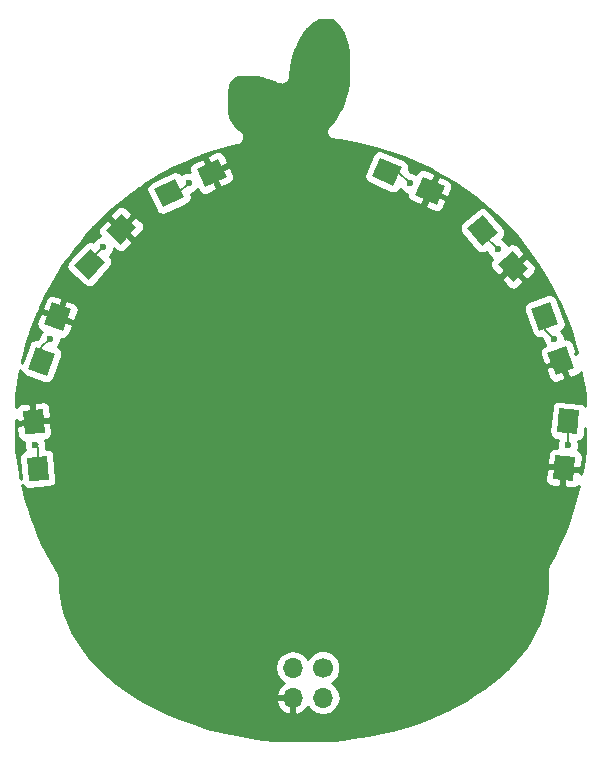
<source format=gtl>
G04 #@! TF.FileFunction,Copper,L1,Top,Signal*
%FSLAX46Y46*%
G04 Gerber Fmt 4.6, Leading zero omitted, Abs format (unit mm)*
G04 Created by KiCad (PCBNEW 4.0.7) date 06/13/18 15:06:57*
%MOMM*%
%LPD*%
G01*
G04 APERTURE LIST*
%ADD10C,0.100000*%
%ADD11C,1.700000*%
%ADD12O,1.700000X1.700000*%
%ADD13C,0.600000*%
%ADD14C,0.200000*%
%ADD15C,0.254000*%
G04 APERTURE END LIST*
D10*
D11*
X100965000Y-120904000D03*
D12*
X100965000Y-123444000D03*
X98425000Y-120904000D03*
X98425000Y-123444000D03*
D10*
G36*
X75548968Y-99142699D02*
X77242499Y-98994534D01*
X77416810Y-100986923D01*
X75723279Y-101135088D01*
X75548968Y-99142699D01*
X75548968Y-99142699D01*
G37*
G36*
X75897590Y-103127477D02*
X77591121Y-102979312D01*
X77765432Y-104971701D01*
X76071901Y-105119866D01*
X75897590Y-103127477D01*
X75897590Y-103127477D01*
G37*
G36*
X78052921Y-89955805D02*
X79650399Y-90537240D01*
X78966359Y-92416625D01*
X77368881Y-91835190D01*
X78052921Y-89955805D01*
X78052921Y-89955805D01*
G37*
G36*
X76684841Y-93714575D02*
X78282319Y-94296010D01*
X77598279Y-96175395D01*
X76000801Y-95593960D01*
X76684841Y-93714575D01*
X76684841Y-93714575D01*
G37*
G36*
X83925719Y-82444204D02*
X85189065Y-83581726D01*
X83850803Y-85068016D01*
X82587457Y-83930494D01*
X83925719Y-82444204D01*
X83925719Y-82444204D01*
G37*
G36*
X81249197Y-85416784D02*
X82512543Y-86554306D01*
X81174281Y-88040596D01*
X79910935Y-86903074D01*
X81249197Y-85416784D01*
X81249197Y-85416784D01*
G37*
G36*
X92123298Y-77819383D02*
X92841749Y-79360106D01*
X91029134Y-80205343D01*
X90310683Y-78664620D01*
X92123298Y-77819383D01*
X92123298Y-77819383D01*
G37*
G36*
X88498066Y-79509857D02*
X89216517Y-81050580D01*
X87403902Y-81895817D01*
X86685451Y-80355094D01*
X88498066Y-79509857D01*
X88498066Y-79509857D01*
G37*
G36*
X111290363Y-80148896D02*
X110598910Y-81701923D01*
X108771819Y-80888450D01*
X109463272Y-79335423D01*
X111290363Y-80148896D01*
X111290363Y-80148896D01*
G37*
G36*
X107636181Y-78521950D02*
X106944728Y-80074977D01*
X105117637Y-79261504D01*
X105809090Y-77708477D01*
X107636181Y-78521950D01*
X107636181Y-78521950D01*
G37*
G36*
X118352700Y-87146564D02*
X117050425Y-88239303D01*
X115764850Y-86707214D01*
X117067125Y-85614475D01*
X118352700Y-87146564D01*
X118352700Y-87146564D01*
G37*
G36*
X115781550Y-84082386D02*
X114479275Y-85175125D01*
X113193700Y-83643036D01*
X114495975Y-82550297D01*
X115781550Y-84082386D01*
X115781550Y-84082386D01*
G37*
G36*
X122271599Y-95543160D02*
X120674121Y-96124595D01*
X119990081Y-94245210D01*
X121587559Y-93663775D01*
X122271599Y-95543160D01*
X122271599Y-95543160D01*
G37*
G36*
X120903519Y-91784390D02*
X119306041Y-92365825D01*
X118622001Y-90486440D01*
X120219479Y-89905005D01*
X120903519Y-91784390D01*
X120903519Y-91784390D01*
G37*
G36*
X122149699Y-105069066D02*
X120456168Y-104920901D01*
X120630479Y-102928512D01*
X122324010Y-103076677D01*
X122149699Y-105069066D01*
X122149699Y-105069066D01*
G37*
G36*
X122498321Y-101084288D02*
X120804790Y-100936123D01*
X120979101Y-98943734D01*
X122672632Y-99091899D01*
X122498321Y-101084288D01*
X122498321Y-101084288D01*
G37*
D13*
X76611480Y-102011480D03*
X77871320Y-93040200D03*
X82336640Y-85308440D03*
X89611200Y-79822040D03*
X108356400Y-79898240D03*
X115783360Y-85440520D03*
X120548400Y-93080840D03*
X121732040Y-102031800D03*
D14*
X76831511Y-102231511D02*
X76831511Y-104049589D01*
X76611480Y-102011480D02*
X76831511Y-102231511D01*
X76733400Y-101955600D02*
X76831511Y-102053711D01*
X77141560Y-94944985D02*
X77141560Y-93769960D01*
X77141560Y-93769960D02*
X77871320Y-93040200D01*
X82336640Y-85308440D02*
X81211739Y-86433341D01*
X81211739Y-86433341D02*
X81211739Y-86728690D01*
X89611200Y-79822040D02*
X88730403Y-80702837D01*
X88730403Y-80702837D02*
X87950984Y-80702837D01*
X108356400Y-79898240D02*
X107349887Y-78891727D01*
X107349887Y-78891727D02*
X106376909Y-78891727D01*
X115783360Y-85440520D02*
X114487625Y-84144785D01*
X114487625Y-84144785D02*
X114487625Y-83862711D01*
X119762760Y-92295200D02*
X119762760Y-91135415D01*
X120548400Y-93080840D02*
X119762760Y-92295200D01*
X121732040Y-102031800D02*
X121738711Y-102025129D01*
X121738711Y-102025129D02*
X121738711Y-100014011D01*
D15*
G36*
X101783874Y-66092975D02*
X102005283Y-66277482D01*
X102274680Y-66508394D01*
X102467701Y-66817227D01*
X102587512Y-67016912D01*
X102754502Y-67434388D01*
X102896218Y-67954013D01*
X102898161Y-67957910D01*
X102898518Y-67962252D01*
X102990508Y-68284217D01*
X103074400Y-68745622D01*
X103074400Y-68986400D01*
X103079402Y-69011545D01*
X103076204Y-69036985D01*
X103125200Y-69722929D01*
X103125200Y-70533928D01*
X103076491Y-71167145D01*
X103079783Y-71194540D01*
X103074400Y-71221600D01*
X103074400Y-71421303D01*
X102988561Y-71979256D01*
X102851045Y-72437643D01*
X102661111Y-73054929D01*
X102475194Y-73473242D01*
X102294113Y-73880675D01*
X101898395Y-74496235D01*
X101430243Y-75011202D01*
X101387309Y-75082590D01*
X101333663Y-75146319D01*
X101316587Y-75200181D01*
X101287465Y-75248603D01*
X101275117Y-75330988D01*
X101249943Y-75410394D01*
X101254779Y-75466688D01*
X101246403Y-75522571D01*
X101266524Y-75603412D01*
X101273653Y-75686405D01*
X101299665Y-75736566D01*
X101313312Y-75791398D01*
X101362833Y-75858380D01*
X101401183Y-75932334D01*
X101444412Y-75968723D01*
X101478002Y-76014157D01*
X101549390Y-76057091D01*
X101613119Y-76110737D01*
X101666981Y-76127813D01*
X101715403Y-76156935D01*
X101797788Y-76169283D01*
X101877194Y-76194457D01*
X102309956Y-76242542D01*
X102844591Y-76339748D01*
X102846467Y-76339717D01*
X102848212Y-76340396D01*
X103707079Y-76491961D01*
X104743893Y-76689449D01*
X105466558Y-76882160D01*
X106265025Y-77131681D01*
X107058879Y-77379760D01*
X107845903Y-77674894D01*
X108573288Y-77965848D01*
X109156479Y-78257444D01*
X109170665Y-78261329D01*
X109182641Y-78269864D01*
X110167438Y-78713023D01*
X110489492Y-78897053D01*
X112187421Y-79895835D01*
X113867317Y-81081644D01*
X115641930Y-82560488D01*
X117370779Y-84388129D01*
X118355428Y-85618940D01*
X119196838Y-86806813D01*
X119888245Y-87893310D01*
X120327499Y-88674205D01*
X120726157Y-89471522D01*
X121021624Y-90062456D01*
X121465338Y-91097788D01*
X121957190Y-92376604D01*
X122253318Y-93413052D01*
X122255491Y-93417282D01*
X122255943Y-93422017D01*
X122401746Y-93908026D01*
X122487563Y-94279903D01*
X122482846Y-94266942D01*
X122333673Y-94321237D01*
X122428551Y-94117768D01*
X122141063Y-93327901D01*
X121970397Y-93141651D01*
X121741446Y-93034889D01*
X121489068Y-93023870D01*
X121483449Y-93025915D01*
X121483562Y-92895673D01*
X121341517Y-92551897D01*
X121161224Y-92371289D01*
X121330938Y-92270694D01*
X121486463Y-92066090D01*
X121550132Y-91817098D01*
X121511914Y-91562953D01*
X120827874Y-89683568D01*
X120705783Y-89477586D01*
X120501179Y-89322061D01*
X120252187Y-89258392D01*
X119998041Y-89296610D01*
X118400563Y-89878045D01*
X118194582Y-90000136D01*
X118039057Y-90204740D01*
X117975388Y-90453732D01*
X118013606Y-90707877D01*
X118697646Y-92587262D01*
X118819737Y-92793244D01*
X119024341Y-92948769D01*
X119273333Y-93012438D01*
X119418693Y-92990579D01*
X119613308Y-93185195D01*
X119613238Y-93266007D01*
X119755283Y-93609783D01*
X119788330Y-93642888D01*
X119654206Y-93691705D01*
X119467956Y-93862372D01*
X119361195Y-94091323D01*
X119350176Y-94343701D01*
X119637664Y-95133568D01*
X119841136Y-95228448D01*
X120968062Y-94818281D01*
X120961221Y-94799486D01*
X121199904Y-94712614D01*
X121206744Y-94731407D01*
X121225539Y-94724566D01*
X121312411Y-94963249D01*
X121293618Y-94970089D01*
X121755088Y-96237970D01*
X121958560Y-96332850D01*
X122370090Y-96183066D01*
X122607474Y-96096665D01*
X122793724Y-95925998D01*
X122824645Y-95859687D01*
X122846404Y-95982988D01*
X122847083Y-95984733D01*
X122847052Y-95986609D01*
X122946243Y-96532160D01*
X123045936Y-97230009D01*
X123142917Y-97908876D01*
X123182371Y-98697954D01*
X123174302Y-98682624D01*
X122975546Y-98519691D01*
X122729060Y-98446923D01*
X121035529Y-98298758D01*
X120797249Y-98322358D01*
X120569826Y-98442064D01*
X120406893Y-98640820D01*
X120334125Y-98887306D01*
X120159814Y-100879695D01*
X120183414Y-101117975D01*
X120303120Y-101345398D01*
X120501876Y-101508331D01*
X120748362Y-101581099D01*
X120901231Y-101594473D01*
X120797202Y-101845001D01*
X120796878Y-102216967D01*
X120834893Y-102308970D01*
X120811652Y-102306937D01*
X120559994Y-102284920D01*
X120319067Y-102360884D01*
X120125550Y-102523264D01*
X120008904Y-102747340D01*
X119935645Y-103584700D01*
X120079955Y-103756682D01*
X121274641Y-103861203D01*
X121276384Y-103841279D01*
X121529418Y-103863417D01*
X121527675Y-103883341D01*
X122722361Y-103987863D01*
X122894343Y-103843553D01*
X122967602Y-103006192D01*
X122891638Y-102765266D01*
X122729259Y-102571748D01*
X122557388Y-102482278D01*
X122666878Y-102218599D01*
X122667202Y-101846633D01*
X122611755Y-101712440D01*
X122680173Y-101705664D01*
X122907596Y-101585958D01*
X123070529Y-101387202D01*
X123143297Y-101140716D01*
X123191200Y-100593181D01*
X123191200Y-101480664D01*
X123142605Y-102452557D01*
X123045365Y-103230479D01*
X122897341Y-104217305D01*
X122836260Y-104507440D01*
X122844533Y-104412878D01*
X122700223Y-104240896D01*
X121505537Y-104136375D01*
X121387942Y-105480490D01*
X121532252Y-105652472D01*
X121968526Y-105690641D01*
X122220184Y-105712658D01*
X122461111Y-105636694D01*
X122623139Y-105500737D01*
X122499884Y-106055382D01*
X122253495Y-106991663D01*
X122008172Y-107776696D01*
X121708163Y-108626721D01*
X121464549Y-109308840D01*
X121222840Y-109840600D01*
X121221048Y-109848242D01*
X121216607Y-109854717D01*
X120920024Y-110546744D01*
X120527763Y-111331266D01*
X120193111Y-111952762D01*
X120110044Y-112077363D01*
X120083490Y-112141659D01*
X120044846Y-112199495D01*
X120031132Y-112268438D01*
X120004298Y-112333414D01*
X120004371Y-112402977D01*
X119990800Y-112471200D01*
X119990800Y-113965674D01*
X119945154Y-114513431D01*
X119802743Y-115320423D01*
X119612213Y-116082544D01*
X119468435Y-116513878D01*
X119279023Y-117082113D01*
X118808461Y-118070293D01*
X118476200Y-118592418D01*
X118139162Y-119122049D01*
X117264531Y-120239633D01*
X116647674Y-120903942D01*
X115763476Y-121689895D01*
X115083548Y-122272691D01*
X114606477Y-122606641D01*
X113814270Y-123151283D01*
X113071108Y-123597180D01*
X112586488Y-123887952D01*
X112102878Y-124129757D01*
X112090506Y-124139359D01*
X112075594Y-124144148D01*
X111640267Y-124385996D01*
X110908743Y-124727374D01*
X110118523Y-125073095D01*
X108832324Y-125567787D01*
X107751894Y-125911560D01*
X106813110Y-126158609D01*
X105967468Y-126357583D01*
X104773445Y-126606338D01*
X103534391Y-126804587D01*
X102687653Y-126904203D01*
X101799324Y-127002906D01*
X100670170Y-127052000D01*
X97860510Y-127052000D01*
X96976858Y-127002908D01*
X95839014Y-126903965D01*
X94452923Y-126705952D01*
X93158873Y-126457096D01*
X92720720Y-126359729D01*
X91917002Y-126158800D01*
X91917001Y-126158799D01*
X91510602Y-126057200D01*
X91510601Y-126057199D01*
X91125931Y-125961032D01*
X90039352Y-125615302D01*
X89050255Y-125269118D01*
X87966566Y-124825791D01*
X87127149Y-124430771D01*
X86239739Y-123987066D01*
X85918164Y-123800890D01*
X96983524Y-123800890D01*
X97153355Y-124210924D01*
X97543642Y-124639183D01*
X98068108Y-124885486D01*
X98298000Y-124764819D01*
X98298000Y-123571000D01*
X97104845Y-123571000D01*
X96983524Y-123800890D01*
X85918164Y-123800890D01*
X85309182Y-123448321D01*
X84331308Y-122812703D01*
X83499450Y-122176576D01*
X82672215Y-121495323D01*
X82340846Y-121163954D01*
X82340843Y-121163952D01*
X82080892Y-120904000D01*
X96910907Y-120904000D01*
X97023946Y-121472285D01*
X97345853Y-121954054D01*
X97686553Y-122181702D01*
X97543642Y-122248817D01*
X97153355Y-122677076D01*
X96983524Y-123087110D01*
X97104845Y-123317000D01*
X98298000Y-123317000D01*
X98298000Y-123297000D01*
X98552000Y-123297000D01*
X98552000Y-123317000D01*
X98572000Y-123317000D01*
X98572000Y-123571000D01*
X98552000Y-123571000D01*
X98552000Y-124764819D01*
X98781892Y-124885486D01*
X99306358Y-124639183D01*
X99696645Y-124210924D01*
X99696655Y-124210899D01*
X99885853Y-124494054D01*
X100367622Y-124815961D01*
X100935907Y-124929000D01*
X100994093Y-124929000D01*
X101562378Y-124815961D01*
X102044147Y-124494054D01*
X102366054Y-124012285D01*
X102479093Y-123444000D01*
X102366054Y-122875715D01*
X102044147Y-122393946D01*
X101739840Y-122190615D01*
X101805086Y-122163656D01*
X102223188Y-121746283D01*
X102449742Y-121200681D01*
X102450257Y-120609911D01*
X102224656Y-120063914D01*
X101807283Y-119645812D01*
X101261681Y-119419258D01*
X100670911Y-119418743D01*
X100124914Y-119644344D01*
X99706812Y-120061717D01*
X99682345Y-120120639D01*
X99504147Y-119853946D01*
X99022378Y-119532039D01*
X98454093Y-119419000D01*
X98395907Y-119419000D01*
X97827622Y-119532039D01*
X97345853Y-119853946D01*
X97023946Y-120335715D01*
X96910907Y-120904000D01*
X82080892Y-120904000D01*
X81842140Y-120665248D01*
X81213782Y-119988556D01*
X80594335Y-119178510D01*
X80109826Y-118403297D01*
X79776810Y-117832412D01*
X79489234Y-117209332D01*
X79155583Y-116446701D01*
X78972388Y-115805520D01*
X78779855Y-114890989D01*
X78688000Y-114202074D01*
X78688000Y-113334800D01*
X78680004Y-113294602D01*
X78683359Y-113253753D01*
X78653197Y-113159835D01*
X78633954Y-113063095D01*
X78611185Y-113029018D01*
X78598652Y-112989994D01*
X78344652Y-112532794D01*
X78341834Y-112529471D01*
X78340452Y-112525341D01*
X77934053Y-111814141D01*
X77931934Y-111811703D01*
X77930883Y-111808651D01*
X77591076Y-111226125D01*
X77198493Y-110391887D01*
X76856585Y-109659226D01*
X76664053Y-109129762D01*
X76656234Y-109116867D01*
X76653322Y-109102068D01*
X76309588Y-108267289D01*
X76064881Y-107484225D01*
X76064362Y-107483274D01*
X76064244Y-107482197D01*
X75768772Y-106546536D01*
X75572293Y-105662379D01*
X75572293Y-105662378D01*
X75525152Y-105450246D01*
X75648923Y-105610037D01*
X75872952Y-105735981D01*
X76128329Y-105764842D01*
X77821860Y-105616677D01*
X78052422Y-105552059D01*
X78255603Y-105394679D01*
X78381547Y-105170651D01*
X78401806Y-104991386D01*
X119812576Y-104991386D01*
X119888540Y-105232312D01*
X120050919Y-105425830D01*
X120274995Y-105542476D01*
X120526652Y-105564494D01*
X120962927Y-105602663D01*
X121134909Y-105458353D01*
X121252503Y-104114237D01*
X120057817Y-104009715D01*
X119885835Y-104154025D01*
X119812576Y-104991386D01*
X78401806Y-104991386D01*
X78410408Y-104915273D01*
X78236097Y-102922884D01*
X78171479Y-102692322D01*
X78014099Y-102489141D01*
X77790070Y-102363197D01*
X77566511Y-102337932D01*
X77566511Y-102231511D01*
X77548827Y-102142609D01*
X77566510Y-102053711D01*
X77546531Y-101953271D01*
X77546642Y-101826313D01*
X77461574Y-101620433D01*
X77597983Y-101608498D01*
X77822059Y-101491852D01*
X77984438Y-101298334D01*
X78060402Y-101057408D01*
X77987143Y-100220047D01*
X77815161Y-100075737D01*
X76620475Y-100180259D01*
X76622218Y-100200183D01*
X76369184Y-100222321D01*
X76367441Y-100202397D01*
X75172755Y-100306918D01*
X75028445Y-100478900D01*
X75101704Y-101316260D01*
X75218350Y-101540336D01*
X75411867Y-101702716D01*
X75652794Y-101778680D01*
X75697362Y-101774781D01*
X75676642Y-101824681D01*
X75676318Y-102196647D01*
X75799280Y-102494239D01*
X75610600Y-102547119D01*
X75407419Y-102704499D01*
X75281475Y-102928527D01*
X75252614Y-103183905D01*
X75402673Y-104899088D01*
X75373216Y-104766534D01*
X75325540Y-104480477D01*
X75323660Y-104475506D01*
X75323748Y-104470191D01*
X75223623Y-103919505D01*
X75076163Y-102985593D01*
X75028510Y-102461411D01*
X74979600Y-101629932D01*
X74979600Y-99910385D01*
X75150617Y-100053885D01*
X76345303Y-99949363D01*
X76227709Y-98605247D01*
X76201328Y-98583110D01*
X76480742Y-98583110D01*
X76598337Y-99927225D01*
X77793023Y-99822704D01*
X77937333Y-99650722D01*
X77864074Y-98813362D01*
X77747428Y-98589286D01*
X77553911Y-98426906D01*
X77312984Y-98350942D01*
X77061326Y-98372959D01*
X76625052Y-98411128D01*
X76480742Y-98583110D01*
X76201328Y-98583110D01*
X76055727Y-98460937D01*
X75619452Y-98499106D01*
X75367795Y-98521124D01*
X75143719Y-98637770D01*
X74981340Y-98831288D01*
X74979600Y-98836807D01*
X74979600Y-98574161D01*
X75027256Y-97811665D01*
X75175120Y-96776617D01*
X75273184Y-96139202D01*
X75369761Y-95680458D01*
X75410297Y-95859447D01*
X75560110Y-96068270D01*
X75779363Y-96202355D01*
X77376841Y-96783790D01*
X77613111Y-96822665D01*
X77863767Y-96765899D01*
X78072589Y-96616086D01*
X78206674Y-96396832D01*
X78471000Y-95670602D01*
X119833129Y-95670602D01*
X120120617Y-96460469D01*
X120291283Y-96646719D01*
X120520234Y-96753481D01*
X120772612Y-96764500D01*
X121009996Y-96678099D01*
X121421526Y-96528315D01*
X121516406Y-96324843D01*
X121054936Y-95056963D01*
X119928009Y-95467130D01*
X119833129Y-95670602D01*
X78471000Y-95670602D01*
X78890714Y-94517447D01*
X78929589Y-94281178D01*
X78872823Y-94030523D01*
X78723010Y-93821700D01*
X78530088Y-93703718D01*
X78663512Y-93570527D01*
X78806158Y-93226999D01*
X78806326Y-93034130D01*
X78867868Y-93056530D01*
X79120246Y-93045511D01*
X79349197Y-92938749D01*
X79519863Y-92752499D01*
X79807351Y-91962632D01*
X79712471Y-91759160D01*
X78585544Y-91348993D01*
X78578704Y-91367786D01*
X78340021Y-91280913D01*
X78346862Y-91262119D01*
X77929773Y-91110311D01*
X78672418Y-91110311D01*
X79799344Y-91520478D01*
X80002816Y-91425598D01*
X80290304Y-90635731D01*
X80279285Y-90383353D01*
X80172524Y-90154402D01*
X79986274Y-89983735D01*
X79748890Y-89897334D01*
X79337360Y-89747550D01*
X79133888Y-89842430D01*
X78672418Y-91110311D01*
X77929773Y-91110311D01*
X77219936Y-90851952D01*
X77016464Y-90946832D01*
X76728976Y-91736699D01*
X76739995Y-91989077D01*
X76846756Y-92218028D01*
X77033006Y-92388695D01*
X77155760Y-92433374D01*
X77079128Y-92509873D01*
X76936482Y-92853401D01*
X76936410Y-92935663D01*
X76785729Y-93086345D01*
X76670009Y-93067305D01*
X76419353Y-93124071D01*
X76210531Y-93273884D01*
X76076446Y-93493138D01*
X75484373Y-95119845D01*
X75525013Y-94835366D01*
X75665782Y-94319213D01*
X75666668Y-94306561D01*
X75671926Y-94295018D01*
X75867749Y-93462769D01*
X76162365Y-92578922D01*
X76164324Y-92563383D01*
X76171482Y-92549452D01*
X76261707Y-92233664D01*
X76499785Y-91662277D01*
X76503461Y-91643997D01*
X76513037Y-91627999D01*
X76752618Y-90957171D01*
X76987443Y-90487522D01*
X77026305Y-90409798D01*
X77211929Y-90409798D01*
X77306809Y-90613270D01*
X78433736Y-91023437D01*
X78895206Y-89755557D01*
X78800326Y-89552085D01*
X78388796Y-89402301D01*
X78151412Y-89315900D01*
X77899034Y-89326919D01*
X77670083Y-89433681D01*
X77499417Y-89619931D01*
X77211929Y-90409798D01*
X77026305Y-90409798D01*
X77038243Y-90385922D01*
X77043829Y-90365524D01*
X77055793Y-90348083D01*
X77208193Y-89992483D01*
X77208949Y-89988910D01*
X77210985Y-89985877D01*
X77446761Y-89420014D01*
X77778483Y-88851349D01*
X77780951Y-88844184D01*
X77785852Y-88838406D01*
X78037757Y-88384977D01*
X78438296Y-87684032D01*
X78727324Y-87202318D01*
X78917221Y-86928023D01*
X79263976Y-86928023D01*
X79324654Y-87177761D01*
X79477713Y-87384216D01*
X80741059Y-88521738D01*
X80945561Y-88646290D01*
X81199230Y-88687555D01*
X81448968Y-88626877D01*
X81655423Y-88473818D01*
X81991716Y-88100326D01*
X116104876Y-88100326D01*
X116645176Y-88744231D01*
X116869252Y-88860877D01*
X117120909Y-88882895D01*
X117361836Y-88806932D01*
X117555353Y-88644551D01*
X117890836Y-88363048D01*
X117910403Y-88139396D01*
X117043121Y-87105811D01*
X116124443Y-87876674D01*
X116104876Y-88100326D01*
X81991716Y-88100326D01*
X82993685Y-86987528D01*
X83118237Y-86783026D01*
X83159502Y-86529357D01*
X83098824Y-86279619D01*
X82945765Y-86073164D01*
X82918562Y-86048670D01*
X83128832Y-85838767D01*
X83271478Y-85495239D01*
X83271560Y-85400940D01*
X83332040Y-85455396D01*
X83519772Y-85624431D01*
X83757901Y-85708756D01*
X84010173Y-85695535D01*
X84238183Y-85586780D01*
X84800627Y-84962123D01*
X84788877Y-84737924D01*
X83897661Y-83935469D01*
X83884279Y-83950332D01*
X83695520Y-83780373D01*
X83708902Y-83765510D01*
X83688023Y-83746710D01*
X84067620Y-83746710D01*
X84958836Y-84549165D01*
X85183035Y-84537415D01*
X85745479Y-83912758D01*
X85829805Y-83674630D01*
X85824726Y-83577703D01*
X112549565Y-83577703D01*
X112574895Y-83833455D01*
X112697732Y-84059202D01*
X113983307Y-85591291D01*
X114168485Y-85743093D01*
X114413942Y-85819260D01*
X114669694Y-85793930D01*
X114872188Y-85683746D01*
X114990243Y-85969463D01*
X115253033Y-86232712D01*
X115312852Y-86257551D01*
X115259920Y-86301966D01*
X115143274Y-86526042D01*
X115121258Y-86777699D01*
X115197222Y-87018626D01*
X115737522Y-87662531D01*
X115961175Y-87682098D01*
X116842541Y-86942543D01*
X117237697Y-86942543D01*
X118104978Y-87976128D01*
X118328630Y-87995695D01*
X118664112Y-87714192D01*
X118857630Y-87551812D01*
X118974276Y-87327736D01*
X118996292Y-87076079D01*
X118920328Y-86835152D01*
X118380028Y-86191247D01*
X118156375Y-86171680D01*
X117237697Y-86942543D01*
X116842541Y-86942543D01*
X116879853Y-86911235D01*
X116866998Y-86895915D01*
X117061573Y-86732646D01*
X117074429Y-86747967D01*
X117993107Y-85977104D01*
X118012674Y-85753452D01*
X117472374Y-85109547D01*
X117248298Y-84992901D01*
X116996641Y-84970883D01*
X116755714Y-85046846D01*
X116664124Y-85123700D01*
X116576477Y-84911577D01*
X116313687Y-84648328D01*
X116180322Y-84592950D01*
X116197717Y-84578354D01*
X116349518Y-84393176D01*
X116425685Y-84147719D01*
X116400355Y-83891967D01*
X116277518Y-83666220D01*
X114991943Y-82134131D01*
X114806765Y-81982329D01*
X114561308Y-81906162D01*
X114305556Y-81931492D01*
X114079808Y-82054329D01*
X112777533Y-83147068D01*
X112625732Y-83332246D01*
X112549565Y-83577703D01*
X85824726Y-83577703D01*
X85816584Y-83422357D01*
X85707829Y-83194347D01*
X85520097Y-83025312D01*
X85194643Y-82732272D01*
X84970444Y-82744022D01*
X84067620Y-83746710D01*
X83688023Y-83746710D01*
X82817686Y-82963055D01*
X82593487Y-82974805D01*
X82031043Y-83599462D01*
X81946717Y-83837590D01*
X81959938Y-84089863D01*
X82068693Y-84317873D01*
X82136909Y-84379296D01*
X81807697Y-84515323D01*
X81544448Y-84778113D01*
X81520089Y-84836775D01*
X81477917Y-84811090D01*
X81224248Y-84769825D01*
X80974510Y-84830503D01*
X80768055Y-84983562D01*
X79429793Y-86469852D01*
X79305241Y-86674354D01*
X79263976Y-86928023D01*
X78917221Y-86928023D01*
X79171357Y-86560939D01*
X79171359Y-86560935D01*
X79614573Y-85920738D01*
X80005617Y-85431934D01*
X80007078Y-85429116D01*
X80009486Y-85427053D01*
X80554978Y-84732791D01*
X80947061Y-84291698D01*
X80950353Y-84286083D01*
X80955472Y-84282062D01*
X81547324Y-83591568D01*
X82080713Y-83058178D01*
X82614198Y-82550097D01*
X82975895Y-82550097D01*
X82987645Y-82774296D01*
X83878861Y-83576751D01*
X84781686Y-82574063D01*
X84769936Y-82349864D01*
X84444482Y-82056824D01*
X84256750Y-81887789D01*
X84018621Y-81803464D01*
X83766349Y-81816685D01*
X83538339Y-81925440D01*
X82975895Y-82550097D01*
X82614198Y-82550097D01*
X83119065Y-82069272D01*
X83857133Y-81478817D01*
X83860435Y-81474894D01*
X83864952Y-81472470D01*
X84700867Y-80784069D01*
X85308671Y-80378866D01*
X86038448Y-80378866D01*
X86098671Y-80628714D01*
X86817122Y-82169437D01*
X86956701Y-82363994D01*
X87174081Y-82501095D01*
X87427675Y-82542820D01*
X87677522Y-82482597D01*
X89180131Y-81781918D01*
X109607677Y-81781918D01*
X109688133Y-81991513D01*
X110456022Y-82333399D01*
X110708553Y-82340012D01*
X110944394Y-82249482D01*
X111127637Y-82075591D01*
X111230386Y-81844812D01*
X111408513Y-81444733D01*
X111328057Y-81235138D01*
X110095456Y-80686349D01*
X109607677Y-81781918D01*
X89180131Y-81781918D01*
X89490137Y-81637360D01*
X89684694Y-81497781D01*
X89821794Y-81280401D01*
X89863520Y-81026808D01*
X89803297Y-80776960D01*
X89794083Y-80757200D01*
X89796367Y-80757202D01*
X90140143Y-80615157D01*
X90399063Y-80356689D01*
X90400248Y-80359231D01*
X90507009Y-80588181D01*
X90693259Y-80758848D01*
X90930643Y-80845248D01*
X91183022Y-80834229D01*
X91944827Y-80478993D01*
X92021612Y-80268026D01*
X91514787Y-79181137D01*
X91496661Y-79189589D01*
X91442665Y-79073792D01*
X91744990Y-79073792D01*
X92251815Y-80160681D01*
X92462782Y-80237467D01*
X93224587Y-79882231D01*
X93395253Y-79695981D01*
X93481655Y-79458598D01*
X93471725Y-79231149D01*
X104470909Y-79231149D01*
X104510052Y-79485154D01*
X104644933Y-79703918D01*
X104854300Y-79852970D01*
X106681391Y-80666443D01*
X106914372Y-80721705D01*
X107168377Y-80682562D01*
X107387141Y-80547681D01*
X107530100Y-80346874D01*
X107563283Y-80427183D01*
X107826073Y-80690432D01*
X108138391Y-80820118D01*
X108133730Y-80998094D01*
X108224262Y-81233934D01*
X108398153Y-81417177D01*
X109166041Y-81759063D01*
X109375636Y-81678607D01*
X109863415Y-80583038D01*
X109845144Y-80574903D01*
X109898836Y-80454308D01*
X110198767Y-80454308D01*
X111431368Y-81003098D01*
X111640963Y-80922642D01*
X111819089Y-80522563D01*
X111921839Y-80291784D01*
X111928452Y-80039252D01*
X111837920Y-79803412D01*
X111664029Y-79620169D01*
X110896141Y-79278283D01*
X110686546Y-79358739D01*
X110198767Y-80454308D01*
X109898836Y-80454308D01*
X109948455Y-80342862D01*
X109966726Y-80350997D01*
X110454505Y-79255428D01*
X110374049Y-79045833D01*
X109606160Y-78703947D01*
X109353629Y-78697334D01*
X109117788Y-78787864D01*
X108934545Y-78961755D01*
X108872865Y-79100292D01*
X108543199Y-78963402D01*
X108460937Y-78963330D01*
X108238239Y-78740633D01*
X108282909Y-78552305D01*
X108243766Y-78298300D01*
X108108885Y-78079536D01*
X107899518Y-77930484D01*
X106072427Y-77117011D01*
X105839446Y-77061749D01*
X105585441Y-77100892D01*
X105366677Y-77235773D01*
X105217624Y-77445139D01*
X104526171Y-78998166D01*
X104470909Y-79231149D01*
X93471725Y-79231149D01*
X93470636Y-79206219D01*
X93363874Y-78977269D01*
X93178792Y-78580360D01*
X92967825Y-78503574D01*
X91744990Y-79073792D01*
X91442665Y-79073792D01*
X91389316Y-78959386D01*
X91407442Y-78950934D01*
X90900617Y-77864045D01*
X90689650Y-77787259D01*
X89927845Y-78142495D01*
X89757179Y-78328745D01*
X89670777Y-78566128D01*
X89681796Y-78818507D01*
X89713795Y-78887129D01*
X89426033Y-78886878D01*
X89082257Y-79028923D01*
X88997101Y-79113931D01*
X88945267Y-79041680D01*
X88727887Y-78904579D01*
X88474293Y-78862854D01*
X88224446Y-78923077D01*
X86411831Y-79768314D01*
X86217274Y-79907893D01*
X86080174Y-80125273D01*
X86038448Y-80378866D01*
X85308671Y-80378866D01*
X85433037Y-80295956D01*
X85447182Y-80281840D01*
X85465200Y-80273200D01*
X86041984Y-79840612D01*
X86616148Y-79505683D01*
X86619490Y-79502726D01*
X86623692Y-79501220D01*
X87125198Y-79200317D01*
X87465235Y-79006009D01*
X88202430Y-78612838D01*
X89041093Y-78218173D01*
X89830285Y-77872902D01*
X90132410Y-77756700D01*
X91130820Y-77756700D01*
X91637645Y-78843589D01*
X92860480Y-78273372D01*
X92937266Y-78062405D01*
X92752184Y-77665495D01*
X92645423Y-77436545D01*
X92459173Y-77265878D01*
X92221789Y-77179478D01*
X91969410Y-77190497D01*
X91207605Y-77545733D01*
X91130820Y-77756700D01*
X90132410Y-77756700D01*
X90475675Y-77624675D01*
X90479749Y-77622100D01*
X90484487Y-77621218D01*
X90728041Y-77523797D01*
X91260920Y-77330023D01*
X92056735Y-77081331D01*
X92697440Y-76884191D01*
X93272212Y-76740498D01*
X93763637Y-76642213D01*
X93763643Y-76642213D01*
X94019472Y-76535930D01*
X94215156Y-76339837D01*
X94320902Y-76083786D01*
X94320613Y-75806757D01*
X94214330Y-75550928D01*
X94018237Y-75355244D01*
X93882232Y-75264574D01*
X93735168Y-75154276D01*
X93426250Y-74845358D01*
X93332845Y-74689683D01*
X93205850Y-74435692D01*
X93133115Y-74253854D01*
X93098099Y-74113792D01*
X93064400Y-73945298D01*
X93064400Y-71952302D01*
X93101412Y-71767243D01*
X93101433Y-71747260D01*
X93108064Y-71728409D01*
X93146828Y-71457063D01*
X93177743Y-71379776D01*
X93290649Y-71238643D01*
X93416334Y-71112958D01*
X93601128Y-70989762D01*
X93786487Y-70915619D01*
X93786516Y-70915600D01*
X95467396Y-70915600D01*
X95585800Y-70945201D01*
X95614447Y-70946595D01*
X95641277Y-70956740D01*
X95840770Y-70989989D01*
X95846878Y-70993043D01*
X95895806Y-71006442D01*
X95939878Y-71031565D01*
X96244678Y-71133165D01*
X96260217Y-71135124D01*
X96274148Y-71142282D01*
X96614916Y-71239644D01*
X96704808Y-71269608D01*
X96862879Y-71348644D01*
X96911808Y-71362043D01*
X96955878Y-71387165D01*
X97108277Y-71437964D01*
X97108278Y-71437965D01*
X97260679Y-71488765D01*
X97373582Y-71502998D01*
X97485200Y-71525200D01*
X97510223Y-71520223D01*
X97535531Y-71523413D01*
X97645293Y-71493355D01*
X97756905Y-71471154D01*
X97778114Y-71456983D01*
X97802722Y-71450244D01*
X97892628Y-71380467D01*
X97987246Y-71317246D01*
X98001420Y-71296033D01*
X98021572Y-71280393D01*
X98077930Y-71181527D01*
X98141154Y-71086905D01*
X98146131Y-71061886D01*
X98158765Y-71039722D01*
X98172999Y-70926811D01*
X98195200Y-70815200D01*
X98195200Y-70510057D01*
X98238864Y-70204409D01*
X98282805Y-69896821D01*
X98371082Y-69587852D01*
X98372066Y-69575870D01*
X98377201Y-69565000D01*
X98475930Y-69170084D01*
X98570044Y-68840685D01*
X98650809Y-68598391D01*
X98729844Y-68440321D01*
X98735430Y-68419923D01*
X98747393Y-68402483D01*
X98891576Y-68066056D01*
X99129342Y-67590524D01*
X99352299Y-67189201D01*
X99597724Y-66861968D01*
X100020331Y-66439360D01*
X100257955Y-66280944D01*
X100626895Y-66050357D01*
X100650008Y-66038800D01*
X101657467Y-66038800D01*
X101783874Y-66092975D01*
X101783874Y-66092975D01*
G37*
X101783874Y-66092975D02*
X102005283Y-66277482D01*
X102274680Y-66508394D01*
X102467701Y-66817227D01*
X102587512Y-67016912D01*
X102754502Y-67434388D01*
X102896218Y-67954013D01*
X102898161Y-67957910D01*
X102898518Y-67962252D01*
X102990508Y-68284217D01*
X103074400Y-68745622D01*
X103074400Y-68986400D01*
X103079402Y-69011545D01*
X103076204Y-69036985D01*
X103125200Y-69722929D01*
X103125200Y-70533928D01*
X103076491Y-71167145D01*
X103079783Y-71194540D01*
X103074400Y-71221600D01*
X103074400Y-71421303D01*
X102988561Y-71979256D01*
X102851045Y-72437643D01*
X102661111Y-73054929D01*
X102475194Y-73473242D01*
X102294113Y-73880675D01*
X101898395Y-74496235D01*
X101430243Y-75011202D01*
X101387309Y-75082590D01*
X101333663Y-75146319D01*
X101316587Y-75200181D01*
X101287465Y-75248603D01*
X101275117Y-75330988D01*
X101249943Y-75410394D01*
X101254779Y-75466688D01*
X101246403Y-75522571D01*
X101266524Y-75603412D01*
X101273653Y-75686405D01*
X101299665Y-75736566D01*
X101313312Y-75791398D01*
X101362833Y-75858380D01*
X101401183Y-75932334D01*
X101444412Y-75968723D01*
X101478002Y-76014157D01*
X101549390Y-76057091D01*
X101613119Y-76110737D01*
X101666981Y-76127813D01*
X101715403Y-76156935D01*
X101797788Y-76169283D01*
X101877194Y-76194457D01*
X102309956Y-76242542D01*
X102844591Y-76339748D01*
X102846467Y-76339717D01*
X102848212Y-76340396D01*
X103707079Y-76491961D01*
X104743893Y-76689449D01*
X105466558Y-76882160D01*
X106265025Y-77131681D01*
X107058879Y-77379760D01*
X107845903Y-77674894D01*
X108573288Y-77965848D01*
X109156479Y-78257444D01*
X109170665Y-78261329D01*
X109182641Y-78269864D01*
X110167438Y-78713023D01*
X110489492Y-78897053D01*
X112187421Y-79895835D01*
X113867317Y-81081644D01*
X115641930Y-82560488D01*
X117370779Y-84388129D01*
X118355428Y-85618940D01*
X119196838Y-86806813D01*
X119888245Y-87893310D01*
X120327499Y-88674205D01*
X120726157Y-89471522D01*
X121021624Y-90062456D01*
X121465338Y-91097788D01*
X121957190Y-92376604D01*
X122253318Y-93413052D01*
X122255491Y-93417282D01*
X122255943Y-93422017D01*
X122401746Y-93908026D01*
X122487563Y-94279903D01*
X122482846Y-94266942D01*
X122333673Y-94321237D01*
X122428551Y-94117768D01*
X122141063Y-93327901D01*
X121970397Y-93141651D01*
X121741446Y-93034889D01*
X121489068Y-93023870D01*
X121483449Y-93025915D01*
X121483562Y-92895673D01*
X121341517Y-92551897D01*
X121161224Y-92371289D01*
X121330938Y-92270694D01*
X121486463Y-92066090D01*
X121550132Y-91817098D01*
X121511914Y-91562953D01*
X120827874Y-89683568D01*
X120705783Y-89477586D01*
X120501179Y-89322061D01*
X120252187Y-89258392D01*
X119998041Y-89296610D01*
X118400563Y-89878045D01*
X118194582Y-90000136D01*
X118039057Y-90204740D01*
X117975388Y-90453732D01*
X118013606Y-90707877D01*
X118697646Y-92587262D01*
X118819737Y-92793244D01*
X119024341Y-92948769D01*
X119273333Y-93012438D01*
X119418693Y-92990579D01*
X119613308Y-93185195D01*
X119613238Y-93266007D01*
X119755283Y-93609783D01*
X119788330Y-93642888D01*
X119654206Y-93691705D01*
X119467956Y-93862372D01*
X119361195Y-94091323D01*
X119350176Y-94343701D01*
X119637664Y-95133568D01*
X119841136Y-95228448D01*
X120968062Y-94818281D01*
X120961221Y-94799486D01*
X121199904Y-94712614D01*
X121206744Y-94731407D01*
X121225539Y-94724566D01*
X121312411Y-94963249D01*
X121293618Y-94970089D01*
X121755088Y-96237970D01*
X121958560Y-96332850D01*
X122370090Y-96183066D01*
X122607474Y-96096665D01*
X122793724Y-95925998D01*
X122824645Y-95859687D01*
X122846404Y-95982988D01*
X122847083Y-95984733D01*
X122847052Y-95986609D01*
X122946243Y-96532160D01*
X123045936Y-97230009D01*
X123142917Y-97908876D01*
X123182371Y-98697954D01*
X123174302Y-98682624D01*
X122975546Y-98519691D01*
X122729060Y-98446923D01*
X121035529Y-98298758D01*
X120797249Y-98322358D01*
X120569826Y-98442064D01*
X120406893Y-98640820D01*
X120334125Y-98887306D01*
X120159814Y-100879695D01*
X120183414Y-101117975D01*
X120303120Y-101345398D01*
X120501876Y-101508331D01*
X120748362Y-101581099D01*
X120901231Y-101594473D01*
X120797202Y-101845001D01*
X120796878Y-102216967D01*
X120834893Y-102308970D01*
X120811652Y-102306937D01*
X120559994Y-102284920D01*
X120319067Y-102360884D01*
X120125550Y-102523264D01*
X120008904Y-102747340D01*
X119935645Y-103584700D01*
X120079955Y-103756682D01*
X121274641Y-103861203D01*
X121276384Y-103841279D01*
X121529418Y-103863417D01*
X121527675Y-103883341D01*
X122722361Y-103987863D01*
X122894343Y-103843553D01*
X122967602Y-103006192D01*
X122891638Y-102765266D01*
X122729259Y-102571748D01*
X122557388Y-102482278D01*
X122666878Y-102218599D01*
X122667202Y-101846633D01*
X122611755Y-101712440D01*
X122680173Y-101705664D01*
X122907596Y-101585958D01*
X123070529Y-101387202D01*
X123143297Y-101140716D01*
X123191200Y-100593181D01*
X123191200Y-101480664D01*
X123142605Y-102452557D01*
X123045365Y-103230479D01*
X122897341Y-104217305D01*
X122836260Y-104507440D01*
X122844533Y-104412878D01*
X122700223Y-104240896D01*
X121505537Y-104136375D01*
X121387942Y-105480490D01*
X121532252Y-105652472D01*
X121968526Y-105690641D01*
X122220184Y-105712658D01*
X122461111Y-105636694D01*
X122623139Y-105500737D01*
X122499884Y-106055382D01*
X122253495Y-106991663D01*
X122008172Y-107776696D01*
X121708163Y-108626721D01*
X121464549Y-109308840D01*
X121222840Y-109840600D01*
X121221048Y-109848242D01*
X121216607Y-109854717D01*
X120920024Y-110546744D01*
X120527763Y-111331266D01*
X120193111Y-111952762D01*
X120110044Y-112077363D01*
X120083490Y-112141659D01*
X120044846Y-112199495D01*
X120031132Y-112268438D01*
X120004298Y-112333414D01*
X120004371Y-112402977D01*
X119990800Y-112471200D01*
X119990800Y-113965674D01*
X119945154Y-114513431D01*
X119802743Y-115320423D01*
X119612213Y-116082544D01*
X119468435Y-116513878D01*
X119279023Y-117082113D01*
X118808461Y-118070293D01*
X118476200Y-118592418D01*
X118139162Y-119122049D01*
X117264531Y-120239633D01*
X116647674Y-120903942D01*
X115763476Y-121689895D01*
X115083548Y-122272691D01*
X114606477Y-122606641D01*
X113814270Y-123151283D01*
X113071108Y-123597180D01*
X112586488Y-123887952D01*
X112102878Y-124129757D01*
X112090506Y-124139359D01*
X112075594Y-124144148D01*
X111640267Y-124385996D01*
X110908743Y-124727374D01*
X110118523Y-125073095D01*
X108832324Y-125567787D01*
X107751894Y-125911560D01*
X106813110Y-126158609D01*
X105967468Y-126357583D01*
X104773445Y-126606338D01*
X103534391Y-126804587D01*
X102687653Y-126904203D01*
X101799324Y-127002906D01*
X100670170Y-127052000D01*
X97860510Y-127052000D01*
X96976858Y-127002908D01*
X95839014Y-126903965D01*
X94452923Y-126705952D01*
X93158873Y-126457096D01*
X92720720Y-126359729D01*
X91917002Y-126158800D01*
X91917001Y-126158799D01*
X91510602Y-126057200D01*
X91510601Y-126057199D01*
X91125931Y-125961032D01*
X90039352Y-125615302D01*
X89050255Y-125269118D01*
X87966566Y-124825791D01*
X87127149Y-124430771D01*
X86239739Y-123987066D01*
X85918164Y-123800890D01*
X96983524Y-123800890D01*
X97153355Y-124210924D01*
X97543642Y-124639183D01*
X98068108Y-124885486D01*
X98298000Y-124764819D01*
X98298000Y-123571000D01*
X97104845Y-123571000D01*
X96983524Y-123800890D01*
X85918164Y-123800890D01*
X85309182Y-123448321D01*
X84331308Y-122812703D01*
X83499450Y-122176576D01*
X82672215Y-121495323D01*
X82340846Y-121163954D01*
X82340843Y-121163952D01*
X82080892Y-120904000D01*
X96910907Y-120904000D01*
X97023946Y-121472285D01*
X97345853Y-121954054D01*
X97686553Y-122181702D01*
X97543642Y-122248817D01*
X97153355Y-122677076D01*
X96983524Y-123087110D01*
X97104845Y-123317000D01*
X98298000Y-123317000D01*
X98298000Y-123297000D01*
X98552000Y-123297000D01*
X98552000Y-123317000D01*
X98572000Y-123317000D01*
X98572000Y-123571000D01*
X98552000Y-123571000D01*
X98552000Y-124764819D01*
X98781892Y-124885486D01*
X99306358Y-124639183D01*
X99696645Y-124210924D01*
X99696655Y-124210899D01*
X99885853Y-124494054D01*
X100367622Y-124815961D01*
X100935907Y-124929000D01*
X100994093Y-124929000D01*
X101562378Y-124815961D01*
X102044147Y-124494054D01*
X102366054Y-124012285D01*
X102479093Y-123444000D01*
X102366054Y-122875715D01*
X102044147Y-122393946D01*
X101739840Y-122190615D01*
X101805086Y-122163656D01*
X102223188Y-121746283D01*
X102449742Y-121200681D01*
X102450257Y-120609911D01*
X102224656Y-120063914D01*
X101807283Y-119645812D01*
X101261681Y-119419258D01*
X100670911Y-119418743D01*
X100124914Y-119644344D01*
X99706812Y-120061717D01*
X99682345Y-120120639D01*
X99504147Y-119853946D01*
X99022378Y-119532039D01*
X98454093Y-119419000D01*
X98395907Y-119419000D01*
X97827622Y-119532039D01*
X97345853Y-119853946D01*
X97023946Y-120335715D01*
X96910907Y-120904000D01*
X82080892Y-120904000D01*
X81842140Y-120665248D01*
X81213782Y-119988556D01*
X80594335Y-119178510D01*
X80109826Y-118403297D01*
X79776810Y-117832412D01*
X79489234Y-117209332D01*
X79155583Y-116446701D01*
X78972388Y-115805520D01*
X78779855Y-114890989D01*
X78688000Y-114202074D01*
X78688000Y-113334800D01*
X78680004Y-113294602D01*
X78683359Y-113253753D01*
X78653197Y-113159835D01*
X78633954Y-113063095D01*
X78611185Y-113029018D01*
X78598652Y-112989994D01*
X78344652Y-112532794D01*
X78341834Y-112529471D01*
X78340452Y-112525341D01*
X77934053Y-111814141D01*
X77931934Y-111811703D01*
X77930883Y-111808651D01*
X77591076Y-111226125D01*
X77198493Y-110391887D01*
X76856585Y-109659226D01*
X76664053Y-109129762D01*
X76656234Y-109116867D01*
X76653322Y-109102068D01*
X76309588Y-108267289D01*
X76064881Y-107484225D01*
X76064362Y-107483274D01*
X76064244Y-107482197D01*
X75768772Y-106546536D01*
X75572293Y-105662379D01*
X75572293Y-105662378D01*
X75525152Y-105450246D01*
X75648923Y-105610037D01*
X75872952Y-105735981D01*
X76128329Y-105764842D01*
X77821860Y-105616677D01*
X78052422Y-105552059D01*
X78255603Y-105394679D01*
X78381547Y-105170651D01*
X78401806Y-104991386D01*
X119812576Y-104991386D01*
X119888540Y-105232312D01*
X120050919Y-105425830D01*
X120274995Y-105542476D01*
X120526652Y-105564494D01*
X120962927Y-105602663D01*
X121134909Y-105458353D01*
X121252503Y-104114237D01*
X120057817Y-104009715D01*
X119885835Y-104154025D01*
X119812576Y-104991386D01*
X78401806Y-104991386D01*
X78410408Y-104915273D01*
X78236097Y-102922884D01*
X78171479Y-102692322D01*
X78014099Y-102489141D01*
X77790070Y-102363197D01*
X77566511Y-102337932D01*
X77566511Y-102231511D01*
X77548827Y-102142609D01*
X77566510Y-102053711D01*
X77546531Y-101953271D01*
X77546642Y-101826313D01*
X77461574Y-101620433D01*
X77597983Y-101608498D01*
X77822059Y-101491852D01*
X77984438Y-101298334D01*
X78060402Y-101057408D01*
X77987143Y-100220047D01*
X77815161Y-100075737D01*
X76620475Y-100180259D01*
X76622218Y-100200183D01*
X76369184Y-100222321D01*
X76367441Y-100202397D01*
X75172755Y-100306918D01*
X75028445Y-100478900D01*
X75101704Y-101316260D01*
X75218350Y-101540336D01*
X75411867Y-101702716D01*
X75652794Y-101778680D01*
X75697362Y-101774781D01*
X75676642Y-101824681D01*
X75676318Y-102196647D01*
X75799280Y-102494239D01*
X75610600Y-102547119D01*
X75407419Y-102704499D01*
X75281475Y-102928527D01*
X75252614Y-103183905D01*
X75402673Y-104899088D01*
X75373216Y-104766534D01*
X75325540Y-104480477D01*
X75323660Y-104475506D01*
X75323748Y-104470191D01*
X75223623Y-103919505D01*
X75076163Y-102985593D01*
X75028510Y-102461411D01*
X74979600Y-101629932D01*
X74979600Y-99910385D01*
X75150617Y-100053885D01*
X76345303Y-99949363D01*
X76227709Y-98605247D01*
X76201328Y-98583110D01*
X76480742Y-98583110D01*
X76598337Y-99927225D01*
X77793023Y-99822704D01*
X77937333Y-99650722D01*
X77864074Y-98813362D01*
X77747428Y-98589286D01*
X77553911Y-98426906D01*
X77312984Y-98350942D01*
X77061326Y-98372959D01*
X76625052Y-98411128D01*
X76480742Y-98583110D01*
X76201328Y-98583110D01*
X76055727Y-98460937D01*
X75619452Y-98499106D01*
X75367795Y-98521124D01*
X75143719Y-98637770D01*
X74981340Y-98831288D01*
X74979600Y-98836807D01*
X74979600Y-98574161D01*
X75027256Y-97811665D01*
X75175120Y-96776617D01*
X75273184Y-96139202D01*
X75369761Y-95680458D01*
X75410297Y-95859447D01*
X75560110Y-96068270D01*
X75779363Y-96202355D01*
X77376841Y-96783790D01*
X77613111Y-96822665D01*
X77863767Y-96765899D01*
X78072589Y-96616086D01*
X78206674Y-96396832D01*
X78471000Y-95670602D01*
X119833129Y-95670602D01*
X120120617Y-96460469D01*
X120291283Y-96646719D01*
X120520234Y-96753481D01*
X120772612Y-96764500D01*
X121009996Y-96678099D01*
X121421526Y-96528315D01*
X121516406Y-96324843D01*
X121054936Y-95056963D01*
X119928009Y-95467130D01*
X119833129Y-95670602D01*
X78471000Y-95670602D01*
X78890714Y-94517447D01*
X78929589Y-94281178D01*
X78872823Y-94030523D01*
X78723010Y-93821700D01*
X78530088Y-93703718D01*
X78663512Y-93570527D01*
X78806158Y-93226999D01*
X78806326Y-93034130D01*
X78867868Y-93056530D01*
X79120246Y-93045511D01*
X79349197Y-92938749D01*
X79519863Y-92752499D01*
X79807351Y-91962632D01*
X79712471Y-91759160D01*
X78585544Y-91348993D01*
X78578704Y-91367786D01*
X78340021Y-91280913D01*
X78346862Y-91262119D01*
X77929773Y-91110311D01*
X78672418Y-91110311D01*
X79799344Y-91520478D01*
X80002816Y-91425598D01*
X80290304Y-90635731D01*
X80279285Y-90383353D01*
X80172524Y-90154402D01*
X79986274Y-89983735D01*
X79748890Y-89897334D01*
X79337360Y-89747550D01*
X79133888Y-89842430D01*
X78672418Y-91110311D01*
X77929773Y-91110311D01*
X77219936Y-90851952D01*
X77016464Y-90946832D01*
X76728976Y-91736699D01*
X76739995Y-91989077D01*
X76846756Y-92218028D01*
X77033006Y-92388695D01*
X77155760Y-92433374D01*
X77079128Y-92509873D01*
X76936482Y-92853401D01*
X76936410Y-92935663D01*
X76785729Y-93086345D01*
X76670009Y-93067305D01*
X76419353Y-93124071D01*
X76210531Y-93273884D01*
X76076446Y-93493138D01*
X75484373Y-95119845D01*
X75525013Y-94835366D01*
X75665782Y-94319213D01*
X75666668Y-94306561D01*
X75671926Y-94295018D01*
X75867749Y-93462769D01*
X76162365Y-92578922D01*
X76164324Y-92563383D01*
X76171482Y-92549452D01*
X76261707Y-92233664D01*
X76499785Y-91662277D01*
X76503461Y-91643997D01*
X76513037Y-91627999D01*
X76752618Y-90957171D01*
X76987443Y-90487522D01*
X77026305Y-90409798D01*
X77211929Y-90409798D01*
X77306809Y-90613270D01*
X78433736Y-91023437D01*
X78895206Y-89755557D01*
X78800326Y-89552085D01*
X78388796Y-89402301D01*
X78151412Y-89315900D01*
X77899034Y-89326919D01*
X77670083Y-89433681D01*
X77499417Y-89619931D01*
X77211929Y-90409798D01*
X77026305Y-90409798D01*
X77038243Y-90385922D01*
X77043829Y-90365524D01*
X77055793Y-90348083D01*
X77208193Y-89992483D01*
X77208949Y-89988910D01*
X77210985Y-89985877D01*
X77446761Y-89420014D01*
X77778483Y-88851349D01*
X77780951Y-88844184D01*
X77785852Y-88838406D01*
X78037757Y-88384977D01*
X78438296Y-87684032D01*
X78727324Y-87202318D01*
X78917221Y-86928023D01*
X79263976Y-86928023D01*
X79324654Y-87177761D01*
X79477713Y-87384216D01*
X80741059Y-88521738D01*
X80945561Y-88646290D01*
X81199230Y-88687555D01*
X81448968Y-88626877D01*
X81655423Y-88473818D01*
X81991716Y-88100326D01*
X116104876Y-88100326D01*
X116645176Y-88744231D01*
X116869252Y-88860877D01*
X117120909Y-88882895D01*
X117361836Y-88806932D01*
X117555353Y-88644551D01*
X117890836Y-88363048D01*
X117910403Y-88139396D01*
X117043121Y-87105811D01*
X116124443Y-87876674D01*
X116104876Y-88100326D01*
X81991716Y-88100326D01*
X82993685Y-86987528D01*
X83118237Y-86783026D01*
X83159502Y-86529357D01*
X83098824Y-86279619D01*
X82945765Y-86073164D01*
X82918562Y-86048670D01*
X83128832Y-85838767D01*
X83271478Y-85495239D01*
X83271560Y-85400940D01*
X83332040Y-85455396D01*
X83519772Y-85624431D01*
X83757901Y-85708756D01*
X84010173Y-85695535D01*
X84238183Y-85586780D01*
X84800627Y-84962123D01*
X84788877Y-84737924D01*
X83897661Y-83935469D01*
X83884279Y-83950332D01*
X83695520Y-83780373D01*
X83708902Y-83765510D01*
X83688023Y-83746710D01*
X84067620Y-83746710D01*
X84958836Y-84549165D01*
X85183035Y-84537415D01*
X85745479Y-83912758D01*
X85829805Y-83674630D01*
X85824726Y-83577703D01*
X112549565Y-83577703D01*
X112574895Y-83833455D01*
X112697732Y-84059202D01*
X113983307Y-85591291D01*
X114168485Y-85743093D01*
X114413942Y-85819260D01*
X114669694Y-85793930D01*
X114872188Y-85683746D01*
X114990243Y-85969463D01*
X115253033Y-86232712D01*
X115312852Y-86257551D01*
X115259920Y-86301966D01*
X115143274Y-86526042D01*
X115121258Y-86777699D01*
X115197222Y-87018626D01*
X115737522Y-87662531D01*
X115961175Y-87682098D01*
X116842541Y-86942543D01*
X117237697Y-86942543D01*
X118104978Y-87976128D01*
X118328630Y-87995695D01*
X118664112Y-87714192D01*
X118857630Y-87551812D01*
X118974276Y-87327736D01*
X118996292Y-87076079D01*
X118920328Y-86835152D01*
X118380028Y-86191247D01*
X118156375Y-86171680D01*
X117237697Y-86942543D01*
X116842541Y-86942543D01*
X116879853Y-86911235D01*
X116866998Y-86895915D01*
X117061573Y-86732646D01*
X117074429Y-86747967D01*
X117993107Y-85977104D01*
X118012674Y-85753452D01*
X117472374Y-85109547D01*
X117248298Y-84992901D01*
X116996641Y-84970883D01*
X116755714Y-85046846D01*
X116664124Y-85123700D01*
X116576477Y-84911577D01*
X116313687Y-84648328D01*
X116180322Y-84592950D01*
X116197717Y-84578354D01*
X116349518Y-84393176D01*
X116425685Y-84147719D01*
X116400355Y-83891967D01*
X116277518Y-83666220D01*
X114991943Y-82134131D01*
X114806765Y-81982329D01*
X114561308Y-81906162D01*
X114305556Y-81931492D01*
X114079808Y-82054329D01*
X112777533Y-83147068D01*
X112625732Y-83332246D01*
X112549565Y-83577703D01*
X85824726Y-83577703D01*
X85816584Y-83422357D01*
X85707829Y-83194347D01*
X85520097Y-83025312D01*
X85194643Y-82732272D01*
X84970444Y-82744022D01*
X84067620Y-83746710D01*
X83688023Y-83746710D01*
X82817686Y-82963055D01*
X82593487Y-82974805D01*
X82031043Y-83599462D01*
X81946717Y-83837590D01*
X81959938Y-84089863D01*
X82068693Y-84317873D01*
X82136909Y-84379296D01*
X81807697Y-84515323D01*
X81544448Y-84778113D01*
X81520089Y-84836775D01*
X81477917Y-84811090D01*
X81224248Y-84769825D01*
X80974510Y-84830503D01*
X80768055Y-84983562D01*
X79429793Y-86469852D01*
X79305241Y-86674354D01*
X79263976Y-86928023D01*
X78917221Y-86928023D01*
X79171357Y-86560939D01*
X79171359Y-86560935D01*
X79614573Y-85920738D01*
X80005617Y-85431934D01*
X80007078Y-85429116D01*
X80009486Y-85427053D01*
X80554978Y-84732791D01*
X80947061Y-84291698D01*
X80950353Y-84286083D01*
X80955472Y-84282062D01*
X81547324Y-83591568D01*
X82080713Y-83058178D01*
X82614198Y-82550097D01*
X82975895Y-82550097D01*
X82987645Y-82774296D01*
X83878861Y-83576751D01*
X84781686Y-82574063D01*
X84769936Y-82349864D01*
X84444482Y-82056824D01*
X84256750Y-81887789D01*
X84018621Y-81803464D01*
X83766349Y-81816685D01*
X83538339Y-81925440D01*
X82975895Y-82550097D01*
X82614198Y-82550097D01*
X83119065Y-82069272D01*
X83857133Y-81478817D01*
X83860435Y-81474894D01*
X83864952Y-81472470D01*
X84700867Y-80784069D01*
X85308671Y-80378866D01*
X86038448Y-80378866D01*
X86098671Y-80628714D01*
X86817122Y-82169437D01*
X86956701Y-82363994D01*
X87174081Y-82501095D01*
X87427675Y-82542820D01*
X87677522Y-82482597D01*
X89180131Y-81781918D01*
X109607677Y-81781918D01*
X109688133Y-81991513D01*
X110456022Y-82333399D01*
X110708553Y-82340012D01*
X110944394Y-82249482D01*
X111127637Y-82075591D01*
X111230386Y-81844812D01*
X111408513Y-81444733D01*
X111328057Y-81235138D01*
X110095456Y-80686349D01*
X109607677Y-81781918D01*
X89180131Y-81781918D01*
X89490137Y-81637360D01*
X89684694Y-81497781D01*
X89821794Y-81280401D01*
X89863520Y-81026808D01*
X89803297Y-80776960D01*
X89794083Y-80757200D01*
X89796367Y-80757202D01*
X90140143Y-80615157D01*
X90399063Y-80356689D01*
X90400248Y-80359231D01*
X90507009Y-80588181D01*
X90693259Y-80758848D01*
X90930643Y-80845248D01*
X91183022Y-80834229D01*
X91944827Y-80478993D01*
X92021612Y-80268026D01*
X91514787Y-79181137D01*
X91496661Y-79189589D01*
X91442665Y-79073792D01*
X91744990Y-79073792D01*
X92251815Y-80160681D01*
X92462782Y-80237467D01*
X93224587Y-79882231D01*
X93395253Y-79695981D01*
X93481655Y-79458598D01*
X93471725Y-79231149D01*
X104470909Y-79231149D01*
X104510052Y-79485154D01*
X104644933Y-79703918D01*
X104854300Y-79852970D01*
X106681391Y-80666443D01*
X106914372Y-80721705D01*
X107168377Y-80682562D01*
X107387141Y-80547681D01*
X107530100Y-80346874D01*
X107563283Y-80427183D01*
X107826073Y-80690432D01*
X108138391Y-80820118D01*
X108133730Y-80998094D01*
X108224262Y-81233934D01*
X108398153Y-81417177D01*
X109166041Y-81759063D01*
X109375636Y-81678607D01*
X109863415Y-80583038D01*
X109845144Y-80574903D01*
X109898836Y-80454308D01*
X110198767Y-80454308D01*
X111431368Y-81003098D01*
X111640963Y-80922642D01*
X111819089Y-80522563D01*
X111921839Y-80291784D01*
X111928452Y-80039252D01*
X111837920Y-79803412D01*
X111664029Y-79620169D01*
X110896141Y-79278283D01*
X110686546Y-79358739D01*
X110198767Y-80454308D01*
X109898836Y-80454308D01*
X109948455Y-80342862D01*
X109966726Y-80350997D01*
X110454505Y-79255428D01*
X110374049Y-79045833D01*
X109606160Y-78703947D01*
X109353629Y-78697334D01*
X109117788Y-78787864D01*
X108934545Y-78961755D01*
X108872865Y-79100292D01*
X108543199Y-78963402D01*
X108460937Y-78963330D01*
X108238239Y-78740633D01*
X108282909Y-78552305D01*
X108243766Y-78298300D01*
X108108885Y-78079536D01*
X107899518Y-77930484D01*
X106072427Y-77117011D01*
X105839446Y-77061749D01*
X105585441Y-77100892D01*
X105366677Y-77235773D01*
X105217624Y-77445139D01*
X104526171Y-78998166D01*
X104470909Y-79231149D01*
X93471725Y-79231149D01*
X93470636Y-79206219D01*
X93363874Y-78977269D01*
X93178792Y-78580360D01*
X92967825Y-78503574D01*
X91744990Y-79073792D01*
X91442665Y-79073792D01*
X91389316Y-78959386D01*
X91407442Y-78950934D01*
X90900617Y-77864045D01*
X90689650Y-77787259D01*
X89927845Y-78142495D01*
X89757179Y-78328745D01*
X89670777Y-78566128D01*
X89681796Y-78818507D01*
X89713795Y-78887129D01*
X89426033Y-78886878D01*
X89082257Y-79028923D01*
X88997101Y-79113931D01*
X88945267Y-79041680D01*
X88727887Y-78904579D01*
X88474293Y-78862854D01*
X88224446Y-78923077D01*
X86411831Y-79768314D01*
X86217274Y-79907893D01*
X86080174Y-80125273D01*
X86038448Y-80378866D01*
X85308671Y-80378866D01*
X85433037Y-80295956D01*
X85447182Y-80281840D01*
X85465200Y-80273200D01*
X86041984Y-79840612D01*
X86616148Y-79505683D01*
X86619490Y-79502726D01*
X86623692Y-79501220D01*
X87125198Y-79200317D01*
X87465235Y-79006009D01*
X88202430Y-78612838D01*
X89041093Y-78218173D01*
X89830285Y-77872902D01*
X90132410Y-77756700D01*
X91130820Y-77756700D01*
X91637645Y-78843589D01*
X92860480Y-78273372D01*
X92937266Y-78062405D01*
X92752184Y-77665495D01*
X92645423Y-77436545D01*
X92459173Y-77265878D01*
X92221789Y-77179478D01*
X91969410Y-77190497D01*
X91207605Y-77545733D01*
X91130820Y-77756700D01*
X90132410Y-77756700D01*
X90475675Y-77624675D01*
X90479749Y-77622100D01*
X90484487Y-77621218D01*
X90728041Y-77523797D01*
X91260920Y-77330023D01*
X92056735Y-77081331D01*
X92697440Y-76884191D01*
X93272212Y-76740498D01*
X93763637Y-76642213D01*
X93763643Y-76642213D01*
X94019472Y-76535930D01*
X94215156Y-76339837D01*
X94320902Y-76083786D01*
X94320613Y-75806757D01*
X94214330Y-75550928D01*
X94018237Y-75355244D01*
X93882232Y-75264574D01*
X93735168Y-75154276D01*
X93426250Y-74845358D01*
X93332845Y-74689683D01*
X93205850Y-74435692D01*
X93133115Y-74253854D01*
X93098099Y-74113792D01*
X93064400Y-73945298D01*
X93064400Y-71952302D01*
X93101412Y-71767243D01*
X93101433Y-71747260D01*
X93108064Y-71728409D01*
X93146828Y-71457063D01*
X93177743Y-71379776D01*
X93290649Y-71238643D01*
X93416334Y-71112958D01*
X93601128Y-70989762D01*
X93786487Y-70915619D01*
X93786516Y-70915600D01*
X95467396Y-70915600D01*
X95585800Y-70945201D01*
X95614447Y-70946595D01*
X95641277Y-70956740D01*
X95840770Y-70989989D01*
X95846878Y-70993043D01*
X95895806Y-71006442D01*
X95939878Y-71031565D01*
X96244678Y-71133165D01*
X96260217Y-71135124D01*
X96274148Y-71142282D01*
X96614916Y-71239644D01*
X96704808Y-71269608D01*
X96862879Y-71348644D01*
X96911808Y-71362043D01*
X96955878Y-71387165D01*
X97108277Y-71437964D01*
X97108278Y-71437965D01*
X97260679Y-71488765D01*
X97373582Y-71502998D01*
X97485200Y-71525200D01*
X97510223Y-71520223D01*
X97535531Y-71523413D01*
X97645293Y-71493355D01*
X97756905Y-71471154D01*
X97778114Y-71456983D01*
X97802722Y-71450244D01*
X97892628Y-71380467D01*
X97987246Y-71317246D01*
X98001420Y-71296033D01*
X98021572Y-71280393D01*
X98077930Y-71181527D01*
X98141154Y-71086905D01*
X98146131Y-71061886D01*
X98158765Y-71039722D01*
X98172999Y-70926811D01*
X98195200Y-70815200D01*
X98195200Y-70510057D01*
X98238864Y-70204409D01*
X98282805Y-69896821D01*
X98371082Y-69587852D01*
X98372066Y-69575870D01*
X98377201Y-69565000D01*
X98475930Y-69170084D01*
X98570044Y-68840685D01*
X98650809Y-68598391D01*
X98729844Y-68440321D01*
X98735430Y-68419923D01*
X98747393Y-68402483D01*
X98891576Y-68066056D01*
X99129342Y-67590524D01*
X99352299Y-67189201D01*
X99597724Y-66861968D01*
X100020331Y-66439360D01*
X100257955Y-66280944D01*
X100626895Y-66050357D01*
X100650008Y-66038800D01*
X101657467Y-66038800D01*
X101783874Y-66092975D01*
M02*

</source>
